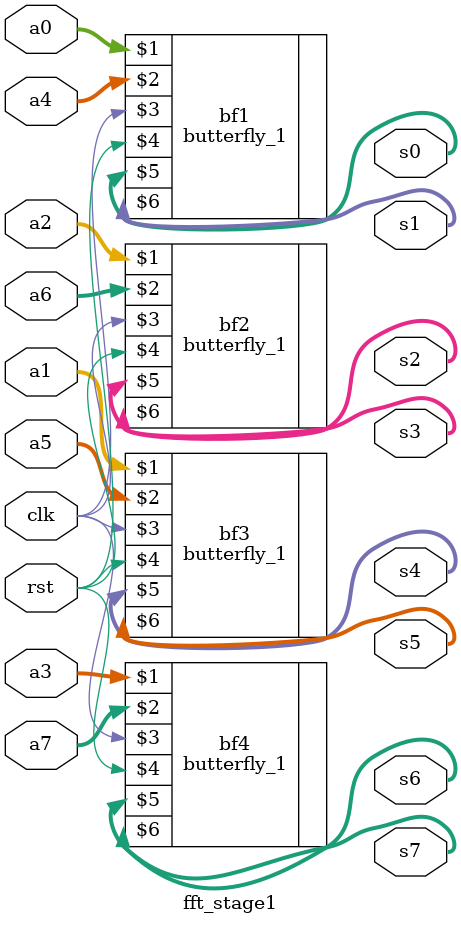
<source format=v>




module fft_stage1(a0,a1,a2,a3,a4,a5,a6,a7,clk,rst,s0,s1,s2,s3,s4,s5,s6,s7);

    parameter N = 4;
                                    
    input [(2**N)-1:0]a0,a1,a2,a3,a4,a5,a6,a7;
    input clk,rst;
    output [(2**N)-1:0] s0,s1,s2,s3,s4,s5,s6,s7;

    butterfly_1 bf1(a0,a4,clk,rst,s0,s1);
    butterfly_1 bf2(a2,a6,clk,rst,s2,s3);
    butterfly_1 bf3(a1,a5,clk,rst,s4,s5);
    butterfly_1 bf4(a3,a7,clk,rst,s6,s7);

endmodule

</source>
